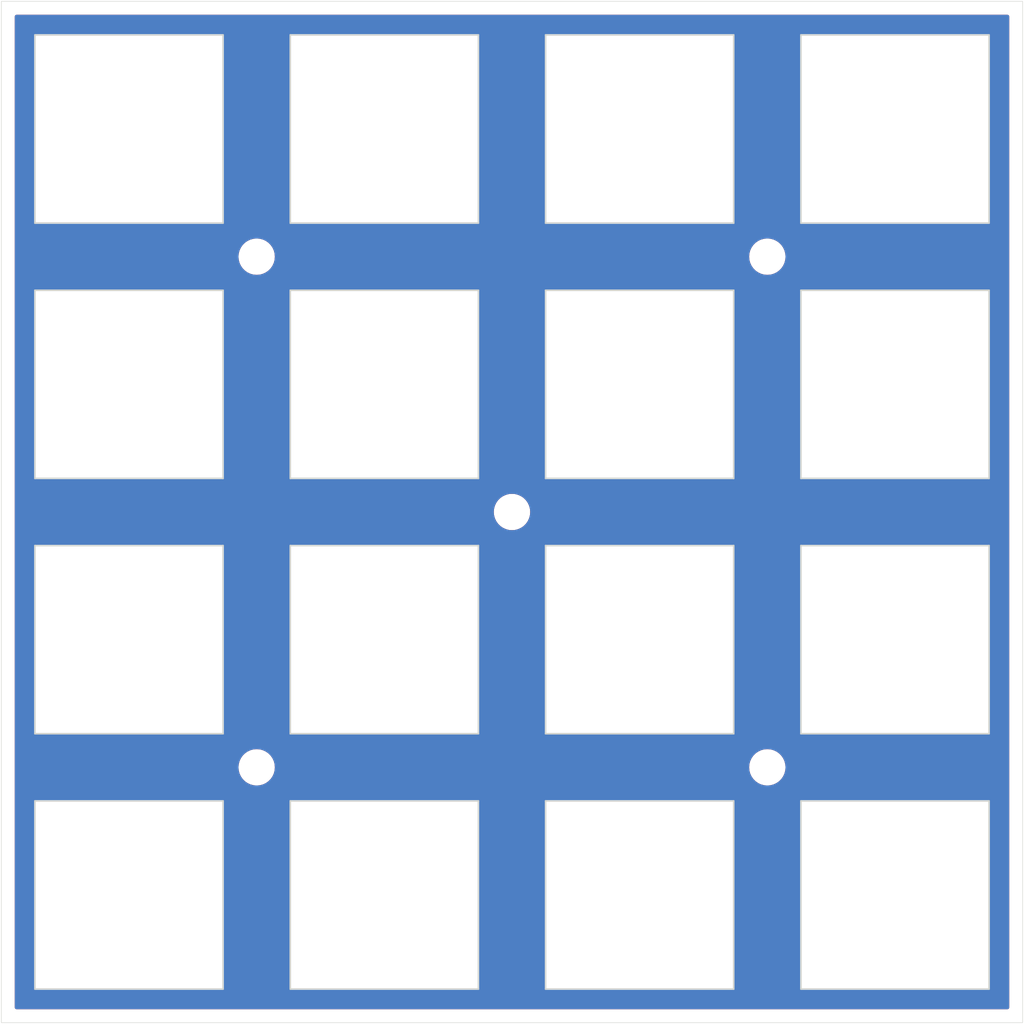
<source format=kicad_pcb>
(kicad_pcb (version 20221018) (generator pcbnew)
  (title_block (rev "1"))
  (layers (0 "F.Cu" signal "Front") (31 "B.Cu" signal "Back") (34 "B.Paste" user) (35 "F.Paste" user) (36 "B.SilkS" user "B.Silkscreen") (37 "F.SilkS" user "F.Silkscreen") (38 "B.Mask" user) (39 "F.Mask" user) (44 "Edge.Cuts" user))
  (net 0 "")
  (footprint "kbd:SW_Hole" (layer "F.Cu") (at 86.5 72.5)
    (fp_text reference "SW2" hide)
    (fp_text value "KEY_SWITCH" hide)
    (fp_line (start -7 -7) (end -7 7) (stroke (width 0.12)) (layer "Edge.Cuts"))
    (fp_line (start -7 7) (end 7 7) (stroke (width 0.12)) (layer "Edge.Cuts"))
    (fp_line (start 7 -7) (end -7 -7) (stroke (width 0.12)) (layer "Edge.Cuts"))
    (fp_line (start 7 7) (end 7 -7) (stroke (width 0.12)) (layer "Edge.Cuts"))
  )
  (footprint "kbd:SW_Hole" (layer "F.Cu") (at 48.5 91.5)
    (fp_text reference "SW2" hide)
    (fp_text value "KEY_SWITCH" hide)
    (fp_line (start -7 -7) (end -7 7) (stroke (width 0.12)) (layer "Edge.Cuts"))
    (fp_line (start -7 7) (end 7 7) (stroke (width 0.12)) (layer "Edge.Cuts"))
    (fp_line (start 7 -7) (end -7 -7) (stroke (width 0.12)) (layer "Edge.Cuts"))
    (fp_line (start 7 7) (end 7 -7) (stroke (width 0.12)) (layer "Edge.Cuts"))
  )
  (footprint "kbd:SW_Hole" (layer "F.Cu") (at 67.5 91.5)
    (fp_text reference "SW2" hide)
    (fp_text value "KEY_SWITCH" hide)
    (fp_line (start -7 -7) (end -7 7) (stroke (width 0.12)) (layer "Edge.Cuts"))
    (fp_line (start -7 7) (end 7 7) (stroke (width 0.12)) (layer "Edge.Cuts"))
    (fp_line (start 7 -7) (end -7 -7) (stroke (width 0.12)) (layer "Edge.Cuts"))
    (fp_line (start 7 7) (end 7 -7) (stroke (width 0.12)) (layer "Edge.Cuts"))
  )
  (footprint "MountingHole:MountingHole_2.2mm_M2" (layer "F.Cu") (at 77 101)
    (fp_text reference "REF**" hide)
    (fp_text value "MountingHole_2.2mm_M2" hide)
    (pad "" np_thru_hole circle (at 0 0) (size 2.2 2.2) (drill 2.2) (layers "*.Cu" "*.Mask"))
  )
  (footprint "MountingHole:MountingHole_2.2mm_M2" (layer "F.Cu") (at 58 82)
    (fp_text reference "REF**" hide)
    (fp_text value "MountingHole_2.2mm_M2" hide)
    (pad "" np_thru_hole circle (at 0 0) (size 2.2 2.2) (drill 2.2) (layers "*.Cu" "*.Mask"))
  )
  (footprint "kbd:SW_Hole" (layer "F.Cu") (at 86.5 110.5)
    (fp_text reference "SW2" hide)
    (fp_text value "KEY_SWITCH" hide)
    (fp_line (start -7 -7) (end -7 7) (stroke (width 0.12)) (layer "Edge.Cuts"))
    (fp_line (start -7 7) (end 7 7) (stroke (width 0.12)) (layer "Edge.Cuts"))
    (fp_line (start 7 -7) (end -7 -7) (stroke (width 0.12)) (layer "Edge.Cuts"))
    (fp_line (start 7 7) (end 7 -7) (stroke (width 0.12)) (layer "Edge.Cuts"))
  )
  (footprint "kbd:SW_Hole" (layer "F.Cu") (at 67.5 72.5)
    (fp_text reference "SW2" hide)
    (fp_text value "KEY_SWITCH" hide)
    (fp_line (start -7 -7) (end -7 7) (stroke (width 0.12)) (layer "Edge.Cuts"))
    (fp_line (start -7 7) (end 7 7) (stroke (width 0.12)) (layer "Edge.Cuts"))
    (fp_line (start 7 -7) (end -7 -7) (stroke (width 0.12)) (layer "Edge.Cuts"))
    (fp_line (start 7 7) (end 7 -7) (stroke (width 0.12)) (layer "Edge.Cuts"))
  )
  (footprint "kbd:SW_Hole" (layer "F.Cu") (at 48.5 110.5)
    (fp_text reference "SW2" hide)
    (fp_text value "KEY_SWITCH" hide)
    (fp_line (start -7 -7) (end -7 7) (stroke (width 0.12)) (layer "Edge.Cuts"))
    (fp_line (start -7 7) (end 7 7) (stroke (width 0.12)) (layer "Edge.Cuts"))
    (fp_line (start 7 -7) (end -7 -7) (stroke (width 0.12)) (layer "Edge.Cuts"))
    (fp_line (start 7 7) (end 7 -7) (stroke (width 0.12)) (layer "Edge.Cuts"))
  )
  (footprint "kbd:SW_Hole" (layer "F.Cu") (at 29.5 110.5)
    (fp_text reference "SW2" hide)
    (fp_text value "KEY_SWITCH" hide)
    (fp_line (start -7 -7) (end -7 7) (stroke (width 0.12)) (layer "Edge.Cuts"))
    (fp_line (start -7 7) (end 7 7) (stroke (width 0.12)) (layer "Edge.Cuts"))
    (fp_line (start 7 -7) (end -7 -7) (stroke (width 0.12)) (layer "Edge.Cuts"))
    (fp_line (start 7 7) (end 7 -7) (stroke (width 0.12)) (layer "Edge.Cuts"))
  )
  (footprint "MountingHole:MountingHole_2.2mm_M2" (layer "F.Cu") (at 77 63)
    (fp_text reference "REF**" hide)
    (fp_text value "MountingHole_2.2mm_M2" hide)
    (pad "" np_thru_hole circle (at 0 0) (size 2.2 2.2) (drill 2.2) (layers "*.Cu" "*.Mask"))
  )
  (footprint "kbd:SW_Hole" (layer "F.Cu") (at 67.5 53.5)
    (fp_text reference "SW2" hide)
    (fp_text value "KEY_SWITCH" hide)
    (fp_line (start -7 -7) (end -7 7) (stroke (width 0.12)) (layer "Edge.Cuts"))
    (fp_line (start -7 7) (end 7 7) (stroke (width 0.12)) (layer "Edge.Cuts"))
    (fp_line (start 7 -7) (end -7 -7) (stroke (width 0.12)) (layer "Edge.Cuts"))
    (fp_line (start 7 7) (end 7 -7) (stroke (width 0.12)) (layer "Edge.Cuts"))
  )
  (footprint "kbd:SW_Hole" (layer "F.Cu") (at 86.5 53.5)
    (fp_text reference "SW2" hide)
    (fp_text value "KEY_SWITCH" hide)
    (fp_line (start -7 -7) (end -7 7) (stroke (width 0.12)) (layer "Edge.Cuts"))
    (fp_line (start -7 7) (end 7 7) (stroke (width 0.12)) (layer "Edge.Cuts"))
    (fp_line (start 7 -7) (end -7 -7) (stroke (width 0.12)) (layer "Edge.Cuts"))
    (fp_line (start 7 7) (end 7 -7) (stroke (width 0.12)) (layer "Edge.Cuts"))
  )
  (footprint "MountingHole:MountingHole_2.2mm_M2" (layer "F.Cu") (at 39 63)
    (fp_text reference "REF**" hide)
    (fp_text value "MountingHole_2.2mm_M2" hide)
    (pad "" np_thru_hole circle (at 0 0) (size 2.2 2.2) (drill 2.2) (layers "*.Cu" "*.Mask"))
  )
  (footprint "kbd:SW_Hole" (layer "F.Cu") (at 48.5 72.5)
    (fp_text reference "SW2" hide)
    (fp_text value "KEY_SWITCH" hide)
    (fp_line (start -7 -7) (end -7 7) (stroke (width 0.12)) (layer "Edge.Cuts"))
    (fp_line (start -7 7) (end 7 7) (stroke (width 0.12)) (layer "Edge.Cuts"))
    (fp_line (start 7 -7) (end -7 -7) (stroke (width 0.12)) (layer "Edge.Cuts"))
    (fp_line (start 7 7) (end 7 -7) (stroke (width 0.12)) (layer "Edge.Cuts"))
  )
  (footprint "kbd:SW_Hole" (layer "F.Cu") (at 29.5 53.5)
    (fp_text reference "SW2" hide)
    (fp_text value "KEY_SWITCH" hide)
    (fp_line (start -7 -7) (end -7 7) (stroke (width 0.12)) (layer "Edge.Cuts"))
    (fp_line (start -7 7) (end 7 7) (stroke (width 0.12)) (layer "Edge.Cuts"))
    (fp_line (start 7 -7) (end -7 -7) (stroke (width 0.12)) (layer "Edge.Cuts"))
    (fp_line (start 7 7) (end 7 -7) (stroke (width 0.12)) (layer "Edge.Cuts"))
  )
  (footprint "MountingHole:MountingHole_2.2mm_M2" (layer "F.Cu") (at 39 101)
    (fp_text reference "REF**" hide)
    (fp_text value "MountingHole_2.2mm_M2" hide)
    (pad "" np_thru_hole circle (at 0 0) (size 2.2 2.2) (drill 2.2) (layers "*.Cu" "*.Mask"))
  )
  (footprint "kbd:SW_Hole" (layer "F.Cu") (at 29.5 91.5)
    (fp_text reference "SW2" hide)
    (fp_text value "KEY_SWITCH" hide)
    (fp_line (start -7 -7) (end -7 7) (stroke (width 0.12)) (layer "Edge.Cuts"))
    (fp_line (start -7 7) (end 7 7) (stroke (width 0.12)) (layer "Edge.Cuts"))
    (fp_line (start 7 -7) (end -7 -7) (stroke (width 0.12)) (layer "Edge.Cuts"))
    (fp_line (start 7 7) (end 7 -7) (stroke (width 0.12)) (layer "Edge.Cuts"))
  )
  (footprint "kbd:SW_Hole" (layer "F.Cu") (at 67.5 110.5)
    (fp_text reference "SW2" hide)
    (fp_text value "KEY_SWITCH" hide)
    (fp_line (start -7 -7) (end -7 7) (stroke (width 0.12)) (layer "Edge.Cuts"))
    (fp_line (start -7 7) (end 7 7) (stroke (width 0.12)) (layer "Edge.Cuts"))
    (fp_line (start 7 -7) (end -7 -7) (stroke (width 0.12)) (layer "Edge.Cuts"))
    (fp_line (start 7 7) (end 7 -7) (stroke (width 0.12)) (layer "Edge.Cuts"))
  )
  (footprint "kbd:SW_Hole" (layer "F.Cu") (at 29.5 72.5)
    (fp_text reference "SW2" hide)
    (fp_text value "KEY_SWITCH" hide)
    (fp_line (start -7 -7) (end -7 7) (stroke (width 0.12)) (layer "Edge.Cuts"))
    (fp_line (start -7 7) (end 7 7) (stroke (width 0.12)) (layer "Edge.Cuts"))
    (fp_line (start 7 -7) (end -7 -7) (stroke (width 0.12)) (layer "Edge.Cuts"))
    (fp_line (start 7 7) (end 7 -7) (stroke (width 0.12)) (layer "Edge.Cuts"))
  )
  (footprint "kbd:SW_Hole" (layer "F.Cu") (at 48.5 53.5)
    (fp_text reference "SW2" hide)
    (fp_text value "KEY_SWITCH" hide)
    (fp_line (start -7 -7) (end -7 7) (stroke (width 0.12)) (layer "Edge.Cuts"))
    (fp_line (start -7 7) (end 7 7) (stroke (width 0.12)) (layer "Edge.Cuts"))
    (fp_line (start 7 -7) (end -7 -7) (stroke (width 0.12)) (layer "Edge.Cuts"))
    (fp_line (start 7 7) (end 7 -7) (stroke (width 0.12)) (layer "Edge.Cuts"))
  )
  (footprint "kbd:SW_Hole" (layer "F.Cu") (at 86.5 91.5)
    (fp_text reference "SW2" hide)
    (fp_text value "KEY_SWITCH" hide)
    (fp_line (start -7 -7) (end -7 7) (stroke (width 0.12)) (layer "Edge.Cuts"))
    (fp_line (start -7 7) (end 7 7) (stroke (width 0.12)) (layer "Edge.Cuts"))
    (fp_line (start 7 -7) (end -7 -7) (stroke (width 0.12)) (layer "Edge.Cuts"))
    (fp_line (start 7 7) (end 7 -7) (stroke (width 0.12)) (layer "Edge.Cuts"))
  )
  (gr_rect (start 20 44) (end 96 120) (stroke (width 0.0381)) (fill none) (layer "Edge.Cuts"))
  (zone (net 0) (net_name "") (layers "F&B.Cu") (connect_pads (clearance 0.5)) (min_thickness 0.25) (fill yes (thermal_gap 0.5) (thermal_bridge_width 0.5) (island_removal_mode 1) (island_area_min 10))
    (polygon (pts (xy 21 45) (xy 21 119) (xy 95 119) (xy 95 45)))
  )
)
</source>
